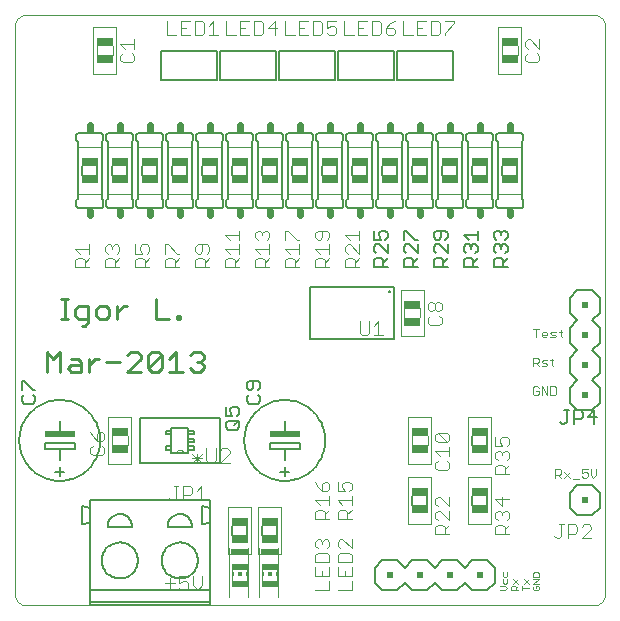
<source format=gto>
G75*
G70*
%OFA0B0*%
%FSLAX24Y24*%
%IPPOS*%
%LPD*%
%AMOC8*
5,1,8,0,0,1.08239X$1,22.5*
%
%ADD10C,0.0000*%
%ADD11C,0.0020*%
%ADD12C,0.0030*%
%ADD13C,0.0040*%
%ADD14C,0.0100*%
%ADD15C,0.0050*%
%ADD16R,0.0571X0.0295*%
%ADD17C,0.0060*%
%ADD18R,0.0551X0.0256*%
%ADD19C,0.0080*%
%ADD20R,0.0200X0.0200*%
%ADD21R,0.1000X0.0200*%
%ADD22R,0.0059X0.0118*%
%ADD23R,0.0118X0.0118*%
%ADD24R,0.0531X0.0236*%
%ADD25R,0.0030X0.1634*%
%ADD26R,0.0591X0.0049*%
%ADD27R,0.0591X0.0197*%
%ADD28C,0.0240*%
%ADD29R,0.0240X0.0100*%
D10*
X000160Y000554D02*
X000160Y019451D01*
X000162Y019490D01*
X000168Y019528D01*
X000177Y019565D01*
X000190Y019602D01*
X000207Y019637D01*
X000226Y019670D01*
X000249Y019701D01*
X000275Y019730D01*
X000304Y019756D01*
X000335Y019779D01*
X000368Y019798D01*
X000403Y019815D01*
X000440Y019828D01*
X000477Y019837D01*
X000515Y019843D01*
X000554Y019845D01*
X019451Y019845D01*
X019490Y019843D01*
X019528Y019837D01*
X019565Y019828D01*
X019602Y019815D01*
X019637Y019798D01*
X019670Y019779D01*
X019701Y019756D01*
X019730Y019730D01*
X019756Y019701D01*
X019779Y019670D01*
X019798Y019637D01*
X019815Y019602D01*
X019828Y019565D01*
X019837Y019528D01*
X019843Y019490D01*
X019845Y019451D01*
X019845Y000554D01*
X019843Y000515D01*
X019837Y000477D01*
X019828Y000440D01*
X019815Y000403D01*
X019798Y000368D01*
X019779Y000335D01*
X019756Y000304D01*
X019730Y000275D01*
X019701Y000249D01*
X019670Y000226D01*
X019637Y000207D01*
X019602Y000190D01*
X019565Y000177D01*
X019528Y000168D01*
X019490Y000162D01*
X019451Y000160D01*
X000554Y000160D01*
X000515Y000162D01*
X000477Y000168D01*
X000440Y000177D01*
X000403Y000190D01*
X000368Y000207D01*
X000335Y000226D01*
X000304Y000249D01*
X000275Y000275D01*
X000249Y000304D01*
X000226Y000335D01*
X000207Y000368D01*
X000190Y000403D01*
X000177Y000440D01*
X000168Y000477D01*
X000162Y000515D01*
X000160Y000554D01*
X005610Y005340D02*
X005629Y005347D01*
X005650Y005351D01*
X005670Y005351D01*
X005691Y005347D01*
X005710Y005340D01*
X005780Y005240D02*
X005777Y005261D01*
X005771Y005281D01*
X005761Y005299D01*
X005749Y005316D01*
X005733Y005330D01*
X005716Y005341D01*
X005696Y005349D01*
X005676Y005354D01*
X005655Y005355D01*
X005634Y005352D01*
X005614Y005346D01*
X005596Y005336D01*
X005579Y005324D01*
X005565Y005308D01*
X005554Y005291D01*
X005546Y005271D01*
X005541Y005251D01*
X005540Y005230D01*
D11*
X004047Y004883D02*
X003273Y004883D01*
X003273Y006437D01*
X004047Y006437D01*
X004047Y004883D01*
X007273Y003437D02*
X007273Y001883D01*
X008047Y001883D01*
X008047Y003437D01*
X007273Y003437D01*
X008273Y003437D02*
X009047Y003437D01*
X009047Y001883D01*
X008273Y001883D01*
X008273Y003437D01*
X013273Y002883D02*
X013273Y004437D01*
X014047Y004437D01*
X014047Y002883D01*
X013273Y002883D01*
X015273Y002883D02*
X015273Y004437D01*
X016047Y004437D01*
X016047Y002883D01*
X015273Y002883D01*
X016423Y001259D02*
X016423Y001149D01*
X016460Y001112D01*
X016533Y001112D01*
X016570Y001149D01*
X016570Y001259D01*
X016570Y001038D02*
X016570Y000928D01*
X016533Y000891D01*
X016460Y000891D01*
X016423Y000928D01*
X016423Y001038D01*
X016350Y000817D02*
X016497Y000817D01*
X016570Y000743D01*
X016497Y000670D01*
X016350Y000670D01*
X016710Y000670D02*
X016710Y000780D01*
X016747Y000817D01*
X016820Y000817D01*
X016857Y000780D01*
X016857Y000670D01*
X016930Y000670D02*
X016710Y000670D01*
X016857Y000743D02*
X016930Y000817D01*
X016930Y000891D02*
X016783Y001038D01*
X016783Y000891D02*
X016930Y001038D01*
X017143Y001038D02*
X017290Y000891D01*
X017430Y000891D02*
X017650Y001038D01*
X017430Y001038D01*
X017430Y001112D02*
X017430Y001222D01*
X017467Y001259D01*
X017613Y001259D01*
X017650Y001222D01*
X017650Y001112D01*
X017430Y001112D01*
X017290Y001038D02*
X017143Y000891D01*
X017070Y000817D02*
X017070Y000670D01*
X017070Y000743D02*
X017290Y000743D01*
X017430Y000707D02*
X017467Y000670D01*
X017613Y000670D01*
X017650Y000707D01*
X017650Y000780D01*
X017613Y000817D01*
X017540Y000817D01*
X017540Y000743D01*
X017467Y000817D02*
X017430Y000780D01*
X017430Y000707D01*
X017430Y000891D02*
X017650Y000891D01*
X016047Y004883D02*
X015273Y004883D01*
X015273Y006437D01*
X016047Y006437D01*
X016047Y004883D01*
X014047Y004883D02*
X013273Y004883D01*
X013273Y006437D01*
X014047Y006437D01*
X014047Y004883D01*
X013797Y009133D02*
X013023Y009133D01*
X013023Y010687D01*
X013797Y010687D01*
X013797Y009133D01*
X014047Y013883D02*
X013273Y013883D01*
X013273Y015437D01*
X014047Y015437D01*
X014047Y013883D01*
X014273Y013883D02*
X015047Y013883D01*
X015047Y015437D01*
X014273Y015437D01*
X014273Y013883D01*
X015273Y013883D02*
X016047Y013883D01*
X016047Y015437D01*
X015273Y015437D01*
X015273Y013883D01*
X016273Y013883D02*
X017047Y013883D01*
X017047Y015437D01*
X016273Y015437D01*
X016273Y013883D01*
X013047Y013883D02*
X012273Y013883D01*
X012273Y015437D01*
X013047Y015437D01*
X013047Y013883D01*
X012047Y013883D02*
X011273Y013883D01*
X011273Y015437D01*
X012047Y015437D01*
X012047Y013883D01*
X011047Y013883D02*
X010273Y013883D01*
X010273Y015437D01*
X011047Y015437D01*
X011047Y013883D01*
X010047Y013883D02*
X009273Y013883D01*
X009273Y015437D01*
X010047Y015437D01*
X010047Y013883D01*
X009047Y013883D02*
X008273Y013883D01*
X008273Y015437D01*
X009047Y015437D01*
X009047Y013883D01*
X008047Y013883D02*
X007273Y013883D01*
X007273Y015437D01*
X008047Y015437D01*
X008047Y013883D01*
X007047Y013883D02*
X006273Y013883D01*
X006273Y015437D01*
X007047Y015437D01*
X007047Y013883D01*
X006047Y013883D02*
X005273Y013883D01*
X005273Y015437D01*
X006047Y015437D01*
X006047Y013883D01*
X005047Y013883D02*
X004273Y013883D01*
X004273Y015437D01*
X005047Y015437D01*
X005047Y013883D01*
X004047Y013883D02*
X003273Y013883D01*
X003273Y015437D01*
X004047Y015437D01*
X004047Y013883D01*
X003047Y013883D02*
X002273Y013883D01*
X002273Y015437D01*
X003047Y015437D01*
X003047Y013883D01*
X002773Y017883D02*
X003547Y017883D01*
X003547Y019437D01*
X002773Y019437D01*
X002773Y017883D01*
X016273Y017883D02*
X017047Y017883D01*
X017047Y019437D01*
X016273Y019437D01*
X016273Y017883D01*
D12*
X017425Y009385D02*
X017618Y009385D01*
X017522Y009385D02*
X017522Y009095D01*
X017720Y009143D02*
X017720Y009240D01*
X017768Y009288D01*
X017865Y009288D01*
X017913Y009240D01*
X017913Y009192D01*
X017720Y009192D01*
X017720Y009143D02*
X017768Y009095D01*
X017865Y009095D01*
X018014Y009095D02*
X018159Y009095D01*
X018208Y009143D01*
X018159Y009192D01*
X018063Y009192D01*
X018014Y009240D01*
X018063Y009288D01*
X018208Y009288D01*
X018309Y009288D02*
X018406Y009288D01*
X018357Y009337D02*
X018357Y009143D01*
X018406Y009095D01*
X017618Y008377D02*
X017570Y008425D01*
X017425Y008425D01*
X017425Y008135D01*
X017425Y008232D02*
X017570Y008232D01*
X017618Y008280D01*
X017618Y008377D01*
X017720Y008280D02*
X017768Y008328D01*
X017913Y008328D01*
X018014Y008328D02*
X018111Y008328D01*
X018063Y008377D02*
X018063Y008183D01*
X018111Y008135D01*
X017913Y008183D02*
X017865Y008232D01*
X017768Y008232D01*
X017720Y008280D01*
X017720Y008135D02*
X017865Y008135D01*
X017913Y008183D01*
X017618Y008135D02*
X017522Y008232D01*
X017570Y007465D02*
X017473Y007465D01*
X017425Y007417D01*
X017425Y007223D01*
X017473Y007175D01*
X017570Y007175D01*
X017618Y007223D01*
X017618Y007320D01*
X017522Y007320D01*
X017618Y007417D02*
X017570Y007465D01*
X017720Y007465D02*
X017913Y007175D01*
X017913Y007465D01*
X018014Y007465D02*
X018159Y007465D01*
X018208Y007417D01*
X018208Y007223D01*
X018159Y007175D01*
X018014Y007175D01*
X018014Y007465D01*
X017720Y007465D02*
X017720Y007175D01*
X018175Y004715D02*
X018320Y004715D01*
X018368Y004667D01*
X018368Y004570D01*
X018320Y004522D01*
X018175Y004522D01*
X018272Y004522D02*
X018368Y004425D01*
X018470Y004425D02*
X018663Y004618D01*
X018470Y004618D02*
X018663Y004425D01*
X018764Y004377D02*
X018958Y004377D01*
X019059Y004473D02*
X019107Y004425D01*
X019204Y004425D01*
X019252Y004473D01*
X019252Y004570D01*
X019204Y004618D01*
X019156Y004618D01*
X019059Y004570D01*
X019059Y004715D01*
X019252Y004715D01*
X019354Y004715D02*
X019354Y004522D01*
X019450Y004425D01*
X019547Y004522D01*
X019547Y004715D01*
X018175Y004715D02*
X018175Y004425D01*
X007319Y004925D02*
X007005Y004925D01*
X007319Y005239D01*
X007319Y005317D01*
X007241Y005395D01*
X007084Y005395D01*
X007005Y005317D01*
X006859Y005395D02*
X006859Y005003D01*
X006780Y004925D01*
X006623Y004925D01*
X006545Y005003D01*
X006545Y005395D01*
X006385Y005217D02*
X006071Y004903D01*
X006385Y005217D01*
X006228Y005217D02*
X006228Y004903D01*
X006228Y005217D01*
X006071Y005217D02*
X006385Y004903D01*
X006071Y005217D01*
X006071Y005060D02*
X006385Y005060D01*
X006071Y005060D01*
D13*
X005989Y004140D02*
X005759Y004140D01*
X005759Y003680D01*
X005759Y003833D02*
X005989Y003833D01*
X006066Y003910D01*
X006066Y004064D01*
X005989Y004140D01*
X006220Y003987D02*
X006373Y004140D01*
X006373Y003680D01*
X006220Y003680D02*
X006527Y003680D01*
X005529Y003757D02*
X005529Y004140D01*
X005452Y004140D02*
X005606Y004140D01*
X005529Y003757D02*
X005452Y003680D01*
X005376Y003680D01*
X005299Y003757D01*
X003920Y005520D02*
X003920Y005810D01*
X003400Y005810D02*
X003400Y005510D01*
X003140Y005410D02*
X003140Y005257D01*
X003063Y005180D01*
X002756Y005180D01*
X002680Y005257D01*
X002680Y005410D01*
X002756Y005487D01*
X002910Y005640D02*
X002756Y005794D01*
X002680Y005947D01*
X002910Y005871D02*
X002910Y005640D01*
X003063Y005640D01*
X003140Y005717D01*
X003140Y005871D01*
X003063Y005947D01*
X002987Y005947D01*
X002910Y005871D01*
X003063Y005487D02*
X003140Y005410D01*
X007414Y001337D02*
X007414Y000983D01*
X007906Y000973D02*
X007906Y001337D01*
X008414Y001337D02*
X008414Y000983D01*
X008906Y000973D02*
X008906Y001337D01*
X010180Y001447D02*
X010180Y001140D01*
X010640Y001140D01*
X010640Y001447D01*
X010640Y001601D02*
X010640Y001831D01*
X010563Y001908D01*
X010256Y001908D01*
X010180Y001831D01*
X010180Y001601D01*
X010640Y001601D01*
X010930Y001601D02*
X010930Y001831D01*
X011006Y001908D01*
X011313Y001908D01*
X011390Y001831D01*
X011390Y001601D01*
X010930Y001601D01*
X010930Y001447D02*
X010930Y001140D01*
X011390Y001140D01*
X011390Y001447D01*
X011160Y001294D02*
X011160Y001140D01*
X011390Y000987D02*
X011390Y000680D01*
X010930Y000680D01*
X010640Y000680D02*
X010640Y000987D01*
X010640Y000680D02*
X010180Y000680D01*
X010410Y001140D02*
X010410Y001294D01*
X010563Y002061D02*
X010640Y002138D01*
X010640Y002291D01*
X010563Y002368D01*
X010487Y002368D01*
X010410Y002291D01*
X010410Y002215D01*
X010410Y002291D02*
X010333Y002368D01*
X010256Y002368D01*
X010180Y002291D01*
X010180Y002138D01*
X010256Y002061D01*
X010930Y002138D02*
X011006Y002061D01*
X010930Y002138D02*
X010930Y002291D01*
X011006Y002368D01*
X011083Y002368D01*
X011390Y002061D01*
X011390Y002368D01*
X011390Y003049D02*
X010930Y003049D01*
X010930Y003279D01*
X011006Y003356D01*
X011160Y003356D01*
X011237Y003279D01*
X011237Y003049D01*
X011237Y003202D02*
X011390Y003356D01*
X011390Y003509D02*
X011390Y003816D01*
X011390Y003663D02*
X010930Y003663D01*
X011083Y003509D01*
X010640Y003509D02*
X010640Y003816D01*
X010640Y003663D02*
X010180Y003663D01*
X010333Y003509D01*
X010256Y003356D02*
X010180Y003279D01*
X010180Y003049D01*
X010640Y003049D01*
X010487Y003049D02*
X010487Y003279D01*
X010410Y003356D01*
X010256Y003356D01*
X010487Y003202D02*
X010640Y003356D01*
X010563Y003970D02*
X010410Y003970D01*
X010410Y004200D01*
X010487Y004277D01*
X010563Y004277D01*
X010640Y004200D01*
X010640Y004046D01*
X010563Y003970D01*
X010410Y003970D02*
X010256Y004123D01*
X010180Y004277D01*
X010930Y004277D02*
X010930Y003970D01*
X011160Y003970D01*
X011083Y004123D01*
X011083Y004200D01*
X011160Y004277D01*
X011313Y004277D01*
X011390Y004200D01*
X011390Y004046D01*
X011313Y003970D01*
X013400Y005510D02*
X013400Y005810D01*
X013920Y005810D02*
X013920Y005520D01*
X014180Y005678D02*
X014180Y005831D01*
X014256Y005908D01*
X014563Y005601D01*
X014640Y005678D01*
X014640Y005831D01*
X014563Y005908D01*
X014256Y005908D01*
X014180Y005678D02*
X014256Y005601D01*
X014563Y005601D01*
X014640Y005447D02*
X014640Y005140D01*
X014640Y005294D02*
X014180Y005294D01*
X014333Y005140D01*
X014256Y004987D02*
X014180Y004910D01*
X014180Y004757D01*
X014256Y004680D01*
X014563Y004680D01*
X014640Y004757D01*
X014640Y004910D01*
X014563Y004987D01*
X014640Y003777D02*
X014640Y003470D01*
X014333Y003777D01*
X014256Y003777D01*
X014180Y003700D01*
X014180Y003546D01*
X014256Y003470D01*
X014256Y003316D02*
X014180Y003239D01*
X014180Y003086D01*
X014256Y003009D01*
X014256Y002856D02*
X014410Y002856D01*
X014487Y002779D01*
X014487Y002549D01*
X014640Y002549D02*
X014180Y002549D01*
X014180Y002779D01*
X014256Y002856D01*
X014487Y002702D02*
X014640Y002856D01*
X014640Y003009D02*
X014333Y003316D01*
X014256Y003316D01*
X014640Y003316D02*
X014640Y003009D01*
X016180Y003086D02*
X016180Y003239D01*
X016256Y003316D01*
X016333Y003316D01*
X016410Y003239D01*
X016487Y003316D01*
X016563Y003316D01*
X016640Y003239D01*
X016640Y003086D01*
X016563Y003009D01*
X016640Y002856D02*
X016487Y002702D01*
X016487Y002779D02*
X016487Y002549D01*
X016640Y002549D02*
X016180Y002549D01*
X016180Y002779D01*
X016256Y002856D01*
X016410Y002856D01*
X016487Y002779D01*
X016256Y003009D02*
X016180Y003086D01*
X016410Y003163D02*
X016410Y003239D01*
X016410Y003470D02*
X016410Y003777D01*
X016640Y003700D02*
X016180Y003700D01*
X016410Y003470D01*
X016487Y004549D02*
X016487Y004779D01*
X016410Y004856D01*
X016256Y004856D01*
X016180Y004779D01*
X016180Y004549D01*
X016640Y004549D01*
X016487Y004702D02*
X016640Y004856D01*
X016563Y005009D02*
X016640Y005086D01*
X016640Y005239D01*
X016563Y005316D01*
X016487Y005316D01*
X016410Y005239D01*
X016410Y005163D01*
X016410Y005239D02*
X016333Y005316D01*
X016256Y005316D01*
X016180Y005239D01*
X016180Y005086D01*
X016256Y005009D01*
X016180Y005470D02*
X016410Y005470D01*
X016333Y005623D01*
X016333Y005700D01*
X016410Y005777D01*
X016563Y005777D01*
X016640Y005700D01*
X016640Y005546D01*
X016563Y005470D01*
X016180Y005470D02*
X016180Y005777D01*
X018303Y002860D02*
X018457Y002860D01*
X018380Y002860D02*
X018380Y002477D01*
X018303Y002400D01*
X018227Y002400D01*
X018150Y002477D01*
X018610Y002553D02*
X018841Y002553D01*
X018917Y002630D01*
X018917Y002784D01*
X018841Y002860D01*
X018610Y002860D01*
X018610Y002400D01*
X019071Y002400D02*
X019378Y002707D01*
X019378Y002784D01*
X019301Y002860D01*
X019148Y002860D01*
X019071Y002784D01*
X019071Y002400D02*
X019378Y002400D01*
X012428Y009174D02*
X012121Y009174D01*
X012275Y009174D02*
X012275Y009634D01*
X012121Y009481D01*
X011968Y009634D02*
X011968Y009251D01*
X011891Y009174D01*
X011737Y009174D01*
X011661Y009251D01*
X011661Y009634D01*
X013150Y009760D02*
X013150Y010050D01*
X013670Y010060D02*
X013670Y009760D01*
X013930Y009739D02*
X013930Y009586D01*
X014006Y009509D01*
X014313Y009509D01*
X014390Y009586D01*
X014390Y009739D01*
X014313Y009816D01*
X014313Y009970D02*
X014237Y009970D01*
X014160Y010046D01*
X014160Y010200D01*
X014237Y010277D01*
X014313Y010277D01*
X014390Y010200D01*
X014390Y010046D01*
X014313Y009970D01*
X014160Y010046D02*
X014083Y009970D01*
X014006Y009970D01*
X013930Y010046D01*
X013930Y010200D01*
X014006Y010277D01*
X014083Y010277D01*
X014160Y010200D01*
X014006Y009816D02*
X013930Y009739D01*
X011640Y011430D02*
X011180Y011430D01*
X011180Y011660D01*
X011256Y011737D01*
X011410Y011737D01*
X011487Y011660D01*
X011487Y011430D01*
X011487Y011583D02*
X011640Y011737D01*
X011640Y011890D02*
X011333Y012197D01*
X011256Y012197D01*
X011180Y012121D01*
X011180Y011967D01*
X011256Y011890D01*
X011640Y011890D02*
X011640Y012197D01*
X011640Y012351D02*
X011640Y012658D01*
X011640Y012504D02*
X011180Y012504D01*
X011333Y012351D01*
X010640Y012428D02*
X010640Y012581D01*
X010563Y012658D01*
X010256Y012658D01*
X010180Y012581D01*
X010180Y012428D01*
X010256Y012351D01*
X010333Y012351D01*
X010410Y012428D01*
X010410Y012658D01*
X010640Y012428D02*
X010563Y012351D01*
X010640Y012197D02*
X010640Y011890D01*
X010640Y011737D02*
X010487Y011583D01*
X010487Y011660D02*
X010487Y011430D01*
X010640Y011430D02*
X010180Y011430D01*
X010180Y011660D01*
X010256Y011737D01*
X010410Y011737D01*
X010487Y011660D01*
X010333Y011890D02*
X010180Y012044D01*
X010640Y012044D01*
X009640Y012044D02*
X009180Y012044D01*
X009333Y011890D01*
X009256Y011737D02*
X009410Y011737D01*
X009487Y011660D01*
X009487Y011430D01*
X009640Y011430D02*
X009180Y011430D01*
X009180Y011660D01*
X009256Y011737D01*
X009487Y011583D02*
X009640Y011737D01*
X009640Y011890D02*
X009640Y012197D01*
X009640Y012351D02*
X009563Y012351D01*
X009256Y012658D01*
X009180Y012658D01*
X009180Y012351D01*
X008640Y012428D02*
X008563Y012351D01*
X008640Y012428D02*
X008640Y012581D01*
X008563Y012658D01*
X008487Y012658D01*
X008410Y012581D01*
X008410Y012504D01*
X008410Y012581D02*
X008333Y012658D01*
X008256Y012658D01*
X008180Y012581D01*
X008180Y012428D01*
X008256Y012351D01*
X008180Y012044D02*
X008640Y012044D01*
X008640Y012197D02*
X008640Y011890D01*
X008640Y011737D02*
X008487Y011583D01*
X008487Y011660D02*
X008487Y011430D01*
X008640Y011430D02*
X008180Y011430D01*
X008180Y011660D01*
X008256Y011737D01*
X008410Y011737D01*
X008487Y011660D01*
X008333Y011890D02*
X008180Y012044D01*
X007640Y012044D02*
X007180Y012044D01*
X007333Y011890D01*
X007256Y011737D02*
X007410Y011737D01*
X007487Y011660D01*
X007487Y011430D01*
X007640Y011430D02*
X007180Y011430D01*
X007180Y011660D01*
X007256Y011737D01*
X007487Y011583D02*
X007640Y011737D01*
X007640Y011890D02*
X007640Y012197D01*
X007640Y012351D02*
X007640Y012658D01*
X007640Y012504D02*
X007180Y012504D01*
X007333Y012351D01*
X006640Y012121D02*
X006640Y011967D01*
X006563Y011890D01*
X006640Y011737D02*
X006487Y011583D01*
X006487Y011660D02*
X006487Y011430D01*
X006640Y011430D02*
X006180Y011430D01*
X006180Y011660D01*
X006256Y011737D01*
X006410Y011737D01*
X006487Y011660D01*
X006333Y011890D02*
X006256Y011890D01*
X006180Y011967D01*
X006180Y012121D01*
X006256Y012197D01*
X006563Y012197D01*
X006640Y012121D01*
X006410Y012197D02*
X006410Y011967D01*
X006333Y011890D01*
X005640Y011890D02*
X005563Y011890D01*
X005256Y012197D01*
X005180Y012197D01*
X005180Y011890D01*
X005256Y011737D02*
X005180Y011660D01*
X005180Y011430D01*
X005640Y011430D01*
X005487Y011430D02*
X005487Y011660D01*
X005410Y011737D01*
X005256Y011737D01*
X005487Y011583D02*
X005640Y011737D01*
X004640Y011737D02*
X004487Y011583D01*
X004487Y011660D02*
X004487Y011430D01*
X004640Y011430D02*
X004180Y011430D01*
X004180Y011660D01*
X004256Y011737D01*
X004410Y011737D01*
X004487Y011660D01*
X004563Y011890D02*
X004640Y011967D01*
X004640Y012121D01*
X004563Y012197D01*
X004410Y012197D01*
X004333Y012121D01*
X004333Y012044D01*
X004410Y011890D01*
X004180Y011890D01*
X004180Y012197D01*
X003640Y012121D02*
X003640Y011967D01*
X003563Y011890D01*
X003640Y011737D02*
X003487Y011583D01*
X003487Y011660D02*
X003487Y011430D01*
X003640Y011430D02*
X003180Y011430D01*
X003180Y011660D01*
X003256Y011737D01*
X003410Y011737D01*
X003487Y011660D01*
X003256Y011890D02*
X003180Y011967D01*
X003180Y012121D01*
X003256Y012197D01*
X003333Y012197D01*
X003410Y012121D01*
X003487Y012197D01*
X003563Y012197D01*
X003640Y012121D01*
X003410Y012121D02*
X003410Y012044D01*
X002640Y012044D02*
X002180Y012044D01*
X002333Y011890D01*
X002256Y011737D02*
X002410Y011737D01*
X002487Y011660D01*
X002487Y011430D01*
X002640Y011430D02*
X002180Y011430D01*
X002180Y011660D01*
X002256Y011737D01*
X002487Y011583D02*
X002640Y011737D01*
X002640Y011890D02*
X002640Y012197D01*
X003756Y018259D02*
X003680Y018336D01*
X003680Y018489D01*
X003756Y018566D01*
X003833Y018720D02*
X003680Y018873D01*
X004140Y018873D01*
X004140Y018720D02*
X004140Y019027D01*
X004063Y018566D02*
X004140Y018489D01*
X004140Y018336D01*
X004063Y018259D01*
X003756Y018259D01*
X003420Y018510D02*
X003420Y018810D01*
X002900Y018800D02*
X002900Y018510D01*
X005243Y019180D02*
X005550Y019180D01*
X005703Y019180D02*
X006010Y019180D01*
X006164Y019180D02*
X006394Y019180D01*
X006471Y019257D01*
X006471Y019564D01*
X006394Y019640D01*
X006164Y019640D01*
X006164Y019180D01*
X005857Y019410D02*
X005703Y019410D01*
X005703Y019640D02*
X005703Y019180D01*
X005243Y019180D02*
X005243Y019640D01*
X005703Y019640D02*
X006010Y019640D01*
X006624Y019487D02*
X006778Y019640D01*
X006778Y019180D01*
X006931Y019180D02*
X006624Y019180D01*
X007211Y019180D02*
X007211Y019640D01*
X007672Y019640D02*
X007672Y019180D01*
X007979Y019180D01*
X008132Y019180D02*
X008362Y019180D01*
X008439Y019257D01*
X008439Y019564D01*
X008362Y019640D01*
X008132Y019640D01*
X008132Y019180D01*
X007825Y019410D02*
X007672Y019410D01*
X007672Y019640D02*
X007979Y019640D01*
X007518Y019180D02*
X007211Y019180D01*
X008593Y019410D02*
X008900Y019410D01*
X008823Y019180D02*
X008823Y019640D01*
X008593Y019410D01*
X009180Y019180D02*
X009487Y019180D01*
X009640Y019180D02*
X009947Y019180D01*
X010101Y019180D02*
X010331Y019180D01*
X010408Y019257D01*
X010408Y019564D01*
X010331Y019640D01*
X010101Y019640D01*
X010101Y019180D01*
X009794Y019410D02*
X009640Y019410D01*
X009640Y019640D02*
X009640Y019180D01*
X009180Y019180D02*
X009180Y019640D01*
X009640Y019640D02*
X009947Y019640D01*
X010561Y019640D02*
X010561Y019410D01*
X010715Y019487D01*
X010791Y019487D01*
X010868Y019410D01*
X010868Y019257D01*
X010791Y019180D01*
X010638Y019180D01*
X010561Y019257D01*
X010561Y019640D02*
X010868Y019640D01*
X011149Y019640D02*
X011149Y019180D01*
X011455Y019180D01*
X011609Y019180D02*
X011916Y019180D01*
X012069Y019180D02*
X012299Y019180D01*
X012376Y019257D01*
X012376Y019564D01*
X012299Y019640D01*
X012069Y019640D01*
X012069Y019180D01*
X011762Y019410D02*
X011609Y019410D01*
X011609Y019640D02*
X011609Y019180D01*
X011609Y019640D02*
X011916Y019640D01*
X012530Y019410D02*
X012530Y019257D01*
X012606Y019180D01*
X012760Y019180D01*
X012837Y019257D01*
X012837Y019333D01*
X012760Y019410D01*
X012530Y019410D01*
X012683Y019564D01*
X012837Y019640D01*
X013117Y019640D02*
X013117Y019180D01*
X013424Y019180D01*
X013577Y019180D02*
X013884Y019180D01*
X014038Y019180D02*
X014268Y019180D01*
X014345Y019257D01*
X014345Y019564D01*
X014268Y019640D01*
X014038Y019640D01*
X014038Y019180D01*
X013731Y019410D02*
X013577Y019410D01*
X013577Y019640D02*
X013577Y019180D01*
X013577Y019640D02*
X013884Y019640D01*
X014498Y019640D02*
X014805Y019640D01*
X014805Y019564D01*
X014498Y019257D01*
X014498Y019180D01*
X016400Y018800D02*
X016400Y018510D01*
X016920Y018510D02*
X016920Y018810D01*
X017180Y018796D02*
X017256Y018720D01*
X017180Y018796D02*
X017180Y018950D01*
X017256Y019027D01*
X017333Y019027D01*
X017640Y018720D01*
X017640Y019027D01*
X017563Y018566D02*
X017640Y018489D01*
X017640Y018336D01*
X017563Y018259D01*
X017256Y018259D01*
X017180Y018336D01*
X017180Y018489D01*
X017256Y018566D01*
X006408Y001140D02*
X006408Y000833D01*
X006254Y000680D01*
X006101Y000833D01*
X006101Y001140D01*
X005947Y001140D02*
X005640Y001140D01*
X005640Y000910D01*
X005794Y000987D01*
X005871Y000987D01*
X005947Y000910D01*
X005947Y000757D01*
X005871Y000680D01*
X005717Y000680D01*
X005640Y000757D01*
X005487Y000910D02*
X005180Y000910D01*
X005333Y000757D02*
X005333Y001064D01*
D14*
X005310Y007950D02*
X005751Y007950D01*
X005531Y007950D02*
X005531Y008611D01*
X005310Y008390D01*
X005051Y008500D02*
X005051Y008060D01*
X004941Y007950D01*
X004721Y007950D01*
X004611Y008060D01*
X005051Y008500D01*
X004941Y008611D01*
X004721Y008611D01*
X004611Y008500D01*
X004611Y008060D01*
X004351Y007950D02*
X003911Y007950D01*
X004351Y008390D01*
X004351Y008500D01*
X004241Y008611D01*
X004021Y008611D01*
X003911Y008500D01*
X003651Y008280D02*
X003211Y008280D01*
X002958Y008390D02*
X002848Y008390D01*
X002628Y008170D01*
X002628Y007950D02*
X002628Y008390D01*
X002368Y008280D02*
X002368Y007950D01*
X002038Y007950D01*
X001928Y008060D01*
X002038Y008170D01*
X002368Y008170D01*
X002368Y008280D02*
X002258Y008390D01*
X002038Y008390D01*
X001669Y008611D02*
X001669Y007950D01*
X001228Y007950D02*
X001228Y008611D01*
X001448Y008390D01*
X001669Y008611D01*
X002397Y009490D02*
X002507Y009490D01*
X002617Y009600D01*
X002617Y010150D01*
X002287Y010150D01*
X002177Y010040D01*
X002177Y009820D01*
X002287Y009710D01*
X002617Y009710D01*
X002876Y009820D02*
X002986Y009710D01*
X003207Y009710D01*
X003317Y009820D01*
X003317Y010040D01*
X003207Y010150D01*
X002986Y010150D01*
X002876Y010040D01*
X002876Y009820D01*
X003576Y009710D02*
X003576Y010150D01*
X003576Y009930D02*
X003796Y010150D01*
X003906Y010150D01*
X004859Y010371D02*
X004859Y009710D01*
X005299Y009710D01*
X005559Y009710D02*
X005559Y009820D01*
X005669Y009820D01*
X005669Y009710D01*
X005559Y009710D01*
X006120Y008611D02*
X006340Y008611D01*
X006451Y008500D01*
X006451Y008390D01*
X006340Y008280D01*
X006451Y008170D01*
X006451Y008060D01*
X006340Y007950D01*
X006120Y007950D01*
X006010Y008060D01*
X006230Y008280D02*
X006340Y008280D01*
X006010Y008500D02*
X006120Y008611D01*
X001930Y009710D02*
X001710Y009710D01*
X001820Y009710D02*
X001820Y010371D01*
X001710Y010371D02*
X001930Y010371D01*
D15*
X000460Y007646D02*
X000385Y007646D01*
X000385Y007345D01*
X000460Y007185D02*
X000385Y007110D01*
X000385Y006960D01*
X000460Y006885D01*
X000760Y006885D01*
X000835Y006960D01*
X000835Y007110D01*
X000760Y007185D01*
X000760Y007345D02*
X000835Y007345D01*
X000760Y007345D02*
X000460Y007646D01*
X004321Y006408D02*
X004321Y004912D01*
X006999Y004912D01*
X006999Y006408D01*
X004321Y006408D01*
X002660Y003660D02*
X006660Y003660D01*
X006660Y000660D01*
X002660Y000660D01*
X002660Y003660D01*
X002660Y003410D02*
X002410Y003460D01*
X002410Y002860D01*
X002660Y002910D01*
X003260Y002760D02*
X004060Y002760D01*
X004063Y002799D01*
X004062Y002838D01*
X004057Y002877D01*
X004049Y002915D01*
X004037Y002952D01*
X004022Y002988D01*
X004003Y003022D01*
X003981Y003054D01*
X003956Y003084D01*
X003928Y003111D01*
X003897Y003136D01*
X003865Y003157D01*
X003830Y003175D01*
X003794Y003190D01*
X003757Y003201D01*
X003718Y003209D01*
X003680Y003213D01*
X003640Y003213D01*
X003602Y003209D01*
X003563Y003201D01*
X003526Y003190D01*
X003490Y003175D01*
X003455Y003157D01*
X003423Y003136D01*
X003392Y003111D01*
X003364Y003084D01*
X003339Y003054D01*
X003317Y003022D01*
X003298Y002988D01*
X003283Y002952D01*
X003271Y002915D01*
X003263Y002877D01*
X003258Y002838D01*
X003257Y002799D01*
X003260Y002760D01*
X003060Y001660D02*
X003062Y001709D01*
X003068Y001757D01*
X003078Y001805D01*
X003092Y001852D01*
X003109Y001898D01*
X003130Y001942D01*
X003155Y001984D01*
X003183Y002024D01*
X003215Y002062D01*
X003249Y002097D01*
X003286Y002129D01*
X003325Y002158D01*
X003367Y002184D01*
X003411Y002206D01*
X003456Y002224D01*
X003503Y002239D01*
X003550Y002250D01*
X003599Y002257D01*
X003648Y002260D01*
X003697Y002259D01*
X003745Y002254D01*
X003794Y002245D01*
X003841Y002232D01*
X003887Y002215D01*
X003931Y002195D01*
X003974Y002171D01*
X004015Y002144D01*
X004053Y002113D01*
X004089Y002080D01*
X004121Y002044D01*
X004151Y002005D01*
X004178Y001964D01*
X004201Y001920D01*
X004220Y001875D01*
X004236Y001829D01*
X004248Y001782D01*
X004256Y001733D01*
X004260Y001684D01*
X004260Y001636D01*
X004256Y001587D01*
X004248Y001538D01*
X004236Y001491D01*
X004220Y001445D01*
X004201Y001400D01*
X004178Y001356D01*
X004151Y001315D01*
X004121Y001276D01*
X004089Y001240D01*
X004053Y001207D01*
X004015Y001176D01*
X003974Y001149D01*
X003931Y001125D01*
X003887Y001105D01*
X003841Y001088D01*
X003794Y001075D01*
X003745Y001066D01*
X003697Y001061D01*
X003648Y001060D01*
X003599Y001063D01*
X003550Y001070D01*
X003503Y001081D01*
X003456Y001096D01*
X003411Y001114D01*
X003367Y001136D01*
X003325Y001162D01*
X003286Y001191D01*
X003249Y001223D01*
X003215Y001258D01*
X003183Y001296D01*
X003155Y001336D01*
X003130Y001378D01*
X003109Y001422D01*
X003092Y001468D01*
X003078Y001515D01*
X003068Y001563D01*
X003062Y001611D01*
X003060Y001660D01*
X002660Y000660D02*
X002660Y000260D01*
X006660Y000260D01*
X006660Y000160D01*
X002660Y000160D01*
X002660Y000260D01*
X005260Y002760D02*
X006060Y002760D01*
X006063Y002799D01*
X006062Y002838D01*
X006057Y002877D01*
X006049Y002915D01*
X006037Y002952D01*
X006022Y002988D01*
X006003Y003022D01*
X005981Y003054D01*
X005956Y003084D01*
X005928Y003111D01*
X005897Y003136D01*
X005865Y003157D01*
X005830Y003175D01*
X005794Y003190D01*
X005757Y003201D01*
X005718Y003209D01*
X005680Y003213D01*
X005640Y003213D01*
X005602Y003209D01*
X005563Y003201D01*
X005526Y003190D01*
X005490Y003175D01*
X005455Y003157D01*
X005423Y003136D01*
X005392Y003111D01*
X005364Y003084D01*
X005339Y003054D01*
X005317Y003022D01*
X005298Y002988D01*
X005283Y002952D01*
X005271Y002915D01*
X005263Y002877D01*
X005258Y002838D01*
X005257Y002799D01*
X005260Y002760D01*
X006410Y002860D02*
X006660Y002910D01*
X006410Y002860D02*
X006410Y003460D01*
X006660Y003410D01*
X005060Y001660D02*
X005062Y001709D01*
X005068Y001757D01*
X005078Y001805D01*
X005092Y001852D01*
X005109Y001898D01*
X005130Y001942D01*
X005155Y001984D01*
X005183Y002024D01*
X005215Y002062D01*
X005249Y002097D01*
X005286Y002129D01*
X005325Y002158D01*
X005367Y002184D01*
X005411Y002206D01*
X005456Y002224D01*
X005503Y002239D01*
X005550Y002250D01*
X005599Y002257D01*
X005648Y002260D01*
X005697Y002259D01*
X005745Y002254D01*
X005794Y002245D01*
X005841Y002232D01*
X005887Y002215D01*
X005931Y002195D01*
X005974Y002171D01*
X006015Y002144D01*
X006053Y002113D01*
X006089Y002080D01*
X006121Y002044D01*
X006151Y002005D01*
X006178Y001964D01*
X006201Y001920D01*
X006220Y001875D01*
X006236Y001829D01*
X006248Y001782D01*
X006256Y001733D01*
X006260Y001684D01*
X006260Y001636D01*
X006256Y001587D01*
X006248Y001538D01*
X006236Y001491D01*
X006220Y001445D01*
X006201Y001400D01*
X006178Y001356D01*
X006151Y001315D01*
X006121Y001276D01*
X006089Y001240D01*
X006053Y001207D01*
X006015Y001176D01*
X005974Y001149D01*
X005931Y001125D01*
X005887Y001105D01*
X005841Y001088D01*
X005794Y001075D01*
X005745Y001066D01*
X005697Y001061D01*
X005648Y001060D01*
X005599Y001063D01*
X005550Y001070D01*
X005503Y001081D01*
X005456Y001096D01*
X005411Y001114D01*
X005367Y001136D01*
X005325Y001162D01*
X005286Y001191D01*
X005249Y001223D01*
X005215Y001258D01*
X005183Y001296D01*
X005155Y001336D01*
X005130Y001378D01*
X005109Y001422D01*
X005092Y001468D01*
X005078Y001515D01*
X005068Y001563D01*
X005062Y001611D01*
X005060Y001660D01*
X006660Y000660D02*
X006660Y000260D01*
X007960Y006885D02*
X008260Y006885D01*
X008335Y006960D01*
X008335Y007110D01*
X008260Y007185D01*
X008260Y007345D02*
X008335Y007420D01*
X008335Y007571D01*
X008260Y007646D01*
X007960Y007646D01*
X007885Y007571D01*
X007885Y007420D01*
X007960Y007345D01*
X008035Y007345D01*
X008110Y007420D01*
X008110Y007646D01*
X007960Y007185D02*
X007885Y007110D01*
X007885Y006960D01*
X007960Y006885D01*
X010003Y009044D02*
X010003Y010776D01*
X012817Y010776D01*
X012817Y009044D01*
X010003Y009044D01*
X012640Y010638D02*
X012642Y010646D01*
X012647Y010653D01*
X012654Y010657D01*
X012662Y010658D01*
X012670Y010655D01*
X012676Y010650D01*
X012680Y010642D01*
X012680Y010634D01*
X012676Y010626D01*
X012670Y010621D01*
X012662Y010618D01*
X012654Y010619D01*
X012647Y010623D01*
X012642Y010630D01*
X012640Y010638D01*
X012585Y011435D02*
X012135Y011435D01*
X012135Y011660D01*
X012210Y011735D01*
X012360Y011735D01*
X012435Y011660D01*
X012435Y011435D01*
X012435Y011585D02*
X012585Y011735D01*
X012585Y011895D02*
X012285Y012196D01*
X012210Y012196D01*
X012135Y012121D01*
X012135Y011970D01*
X012210Y011895D01*
X012585Y011895D02*
X012585Y012196D01*
X012510Y012356D02*
X012585Y012431D01*
X012585Y012581D01*
X012510Y012656D01*
X012360Y012656D01*
X012285Y012581D01*
X012285Y012506D01*
X012360Y012356D01*
X012135Y012356D01*
X012135Y012656D01*
X013135Y012656D02*
X013135Y012356D01*
X013210Y012196D02*
X013135Y012121D01*
X013135Y011970D01*
X013210Y011895D01*
X013210Y011735D02*
X013360Y011735D01*
X013435Y011660D01*
X013435Y011435D01*
X013585Y011435D02*
X013135Y011435D01*
X013135Y011660D01*
X013210Y011735D01*
X013435Y011585D02*
X013585Y011735D01*
X013585Y011895D02*
X013285Y012196D01*
X013210Y012196D01*
X013510Y012356D02*
X013585Y012356D01*
X013510Y012356D02*
X013210Y012656D01*
X013135Y012656D01*
X013585Y012196D02*
X013585Y011895D01*
X014135Y011970D02*
X014210Y011895D01*
X014135Y011970D02*
X014135Y012121D01*
X014210Y012196D01*
X014285Y012196D01*
X014585Y011895D01*
X014585Y012196D01*
X014510Y012356D02*
X014585Y012431D01*
X014585Y012581D01*
X014510Y012656D01*
X014210Y012656D01*
X014135Y012581D01*
X014135Y012431D01*
X014210Y012356D01*
X014285Y012356D01*
X014360Y012431D01*
X014360Y012656D01*
X015135Y012506D02*
X015585Y012506D01*
X015585Y012356D02*
X015585Y012656D01*
X015285Y012356D02*
X015135Y012506D01*
X015210Y012196D02*
X015135Y012121D01*
X015135Y011970D01*
X015210Y011895D01*
X015210Y011735D02*
X015135Y011660D01*
X015135Y011435D01*
X015585Y011435D01*
X015435Y011435D02*
X015435Y011660D01*
X015360Y011735D01*
X015210Y011735D01*
X015435Y011585D02*
X015585Y011735D01*
X015510Y011895D02*
X015585Y011970D01*
X015585Y012121D01*
X015510Y012196D01*
X015435Y012196D01*
X015360Y012121D01*
X015360Y012046D01*
X015360Y012121D02*
X015285Y012196D01*
X015210Y012196D01*
X014585Y011735D02*
X014435Y011585D01*
X014435Y011660D02*
X014435Y011435D01*
X014585Y011435D02*
X014135Y011435D01*
X014135Y011660D01*
X014210Y011735D01*
X014360Y011735D01*
X014435Y011660D01*
X016135Y011660D02*
X016135Y011435D01*
X016585Y011435D01*
X016435Y011435D02*
X016435Y011660D01*
X016360Y011735D01*
X016210Y011735D01*
X016135Y011660D01*
X016210Y011895D02*
X016135Y011970D01*
X016135Y012121D01*
X016210Y012196D01*
X016285Y012196D01*
X016360Y012121D01*
X016435Y012196D01*
X016510Y012196D01*
X016585Y012121D01*
X016585Y011970D01*
X016510Y011895D01*
X016585Y011735D02*
X016435Y011585D01*
X016360Y012046D02*
X016360Y012121D01*
X016510Y012356D02*
X016585Y012431D01*
X016585Y012581D01*
X016510Y012656D01*
X016435Y012656D01*
X016360Y012581D01*
X016360Y012506D01*
X016360Y012581D02*
X016285Y012656D01*
X016210Y012656D01*
X016135Y012581D01*
X016135Y012431D01*
X016210Y012356D01*
X014766Y017675D02*
X012916Y017675D01*
X012916Y018640D01*
X014766Y018640D01*
X014766Y017675D01*
X012798Y017675D02*
X010947Y017675D01*
X010947Y018640D01*
X012798Y018640D01*
X012798Y017675D01*
X010829Y017675D02*
X008979Y017675D01*
X008979Y018640D01*
X010829Y018640D01*
X010829Y017675D01*
X008861Y017675D02*
X007010Y017675D01*
X007010Y018640D01*
X008861Y018640D01*
X008861Y017675D01*
X006892Y017675D02*
X005042Y017675D01*
X005042Y018640D01*
X006892Y018640D01*
X006892Y017675D01*
X018484Y006665D02*
X018634Y006665D01*
X018559Y006665D02*
X018559Y006290D01*
X018484Y006215D01*
X018409Y006215D01*
X018334Y006290D01*
X018794Y006215D02*
X018794Y006665D01*
X019019Y006665D01*
X019094Y006590D01*
X019094Y006440D01*
X019019Y006365D01*
X018794Y006365D01*
X019255Y006440D02*
X019555Y006440D01*
X019480Y006215D02*
X019480Y006665D01*
X019255Y006440D01*
D16*
X013660Y005948D03*
X013660Y005378D03*
X013410Y009622D03*
X013410Y010192D03*
X016660Y018372D03*
X016660Y018942D03*
X003160Y018942D03*
X003160Y018372D03*
X003660Y005948D03*
X003660Y005378D03*
D17*
X002160Y005360D02*
X002160Y005560D01*
X001160Y005560D01*
X001160Y005360D01*
X001660Y005360D01*
X002160Y005360D01*
X001660Y005360D02*
X001660Y005010D01*
X001660Y004760D02*
X001660Y004460D01*
X001810Y004610D02*
X001510Y004610D01*
X000310Y005660D02*
X000312Y005733D01*
X000318Y005806D01*
X000328Y005878D01*
X000342Y005950D01*
X000359Y006021D01*
X000381Y006091D01*
X000406Y006160D01*
X000435Y006227D01*
X000467Y006292D01*
X000503Y006356D01*
X000543Y006418D01*
X000585Y006477D01*
X000631Y006534D01*
X000680Y006588D01*
X000732Y006640D01*
X000786Y006689D01*
X000843Y006735D01*
X000902Y006777D01*
X000964Y006817D01*
X001028Y006853D01*
X001093Y006885D01*
X001160Y006914D01*
X001229Y006939D01*
X001299Y006961D01*
X001370Y006978D01*
X001442Y006992D01*
X001514Y007002D01*
X001587Y007008D01*
X001660Y007010D01*
X001733Y007008D01*
X001806Y007002D01*
X001878Y006992D01*
X001950Y006978D01*
X002021Y006961D01*
X002091Y006939D01*
X002160Y006914D01*
X002227Y006885D01*
X002292Y006853D01*
X002356Y006817D01*
X002418Y006777D01*
X002477Y006735D01*
X002534Y006689D01*
X002588Y006640D01*
X002640Y006588D01*
X002689Y006534D01*
X002735Y006477D01*
X002777Y006418D01*
X002817Y006356D01*
X002853Y006292D01*
X002885Y006227D01*
X002914Y006160D01*
X002939Y006091D01*
X002961Y006021D01*
X002978Y005950D01*
X002992Y005878D01*
X003002Y005806D01*
X003008Y005733D01*
X003010Y005660D01*
X003008Y005587D01*
X003002Y005514D01*
X002992Y005442D01*
X002978Y005370D01*
X002961Y005299D01*
X002939Y005229D01*
X002914Y005160D01*
X002885Y005093D01*
X002853Y005028D01*
X002817Y004964D01*
X002777Y004902D01*
X002735Y004843D01*
X002689Y004786D01*
X002640Y004732D01*
X002588Y004680D01*
X002534Y004631D01*
X002477Y004585D01*
X002418Y004543D01*
X002356Y004503D01*
X002292Y004467D01*
X002227Y004435D01*
X002160Y004406D01*
X002091Y004381D01*
X002021Y004359D01*
X001950Y004342D01*
X001878Y004328D01*
X001806Y004318D01*
X001733Y004312D01*
X001660Y004310D01*
X001587Y004312D01*
X001514Y004318D01*
X001442Y004328D01*
X001370Y004342D01*
X001299Y004359D01*
X001229Y004381D01*
X001160Y004406D01*
X001093Y004435D01*
X001028Y004467D01*
X000964Y004503D01*
X000902Y004543D01*
X000843Y004585D01*
X000786Y004631D01*
X000732Y004680D01*
X000680Y004732D01*
X000631Y004786D01*
X000585Y004843D01*
X000543Y004902D01*
X000503Y004964D01*
X000467Y005028D01*
X000435Y005093D01*
X000406Y005160D01*
X000381Y005229D01*
X000359Y005299D01*
X000342Y005370D01*
X000328Y005442D01*
X000318Y005514D01*
X000312Y005587D01*
X000310Y005660D01*
X001660Y005910D02*
X001660Y006310D01*
X005190Y005980D02*
X005190Y005860D01*
X005380Y005860D01*
X005380Y005460D01*
X005190Y005460D01*
X005190Y005340D01*
X005380Y005340D01*
X005380Y005460D01*
X005380Y005340D02*
X005380Y005240D01*
X005780Y005240D01*
X005940Y005240D01*
X005940Y005340D01*
X006130Y005340D01*
X006130Y005460D01*
X005940Y005460D01*
X005940Y005600D01*
X006130Y005600D01*
X006130Y005720D01*
X005940Y005720D01*
X005940Y005860D01*
X006130Y005860D01*
X006130Y005980D01*
X005940Y005980D01*
X005940Y005860D01*
X005940Y005980D02*
X005940Y006080D01*
X005380Y006080D01*
X005380Y005980D01*
X005190Y005980D01*
X005380Y005980D02*
X005380Y005860D01*
X005380Y005710D02*
X005380Y005610D01*
X005570Y005240D02*
X005750Y005240D01*
X005940Y005340D02*
X005940Y005460D01*
X005940Y005600D02*
X005940Y005720D01*
X005750Y006080D02*
X005570Y006080D01*
X007190Y006093D02*
X007190Y006239D01*
X007263Y006313D01*
X007557Y006313D01*
X007630Y006239D01*
X007630Y006093D01*
X007557Y006019D01*
X007263Y006019D01*
X007190Y006093D01*
X007483Y006166D02*
X007630Y006313D01*
X007557Y006480D02*
X007630Y006553D01*
X007630Y006700D01*
X007557Y006773D01*
X007410Y006773D01*
X007336Y006700D01*
X007336Y006626D01*
X007410Y006480D01*
X007190Y006480D01*
X007190Y006773D01*
X008660Y005560D02*
X008660Y005360D01*
X009160Y005360D01*
X009660Y005360D01*
X009660Y005560D01*
X008660Y005560D01*
X007810Y005660D02*
X007812Y005733D01*
X007818Y005806D01*
X007828Y005878D01*
X007842Y005950D01*
X007859Y006021D01*
X007881Y006091D01*
X007906Y006160D01*
X007935Y006227D01*
X007967Y006292D01*
X008003Y006356D01*
X008043Y006418D01*
X008085Y006477D01*
X008131Y006534D01*
X008180Y006588D01*
X008232Y006640D01*
X008286Y006689D01*
X008343Y006735D01*
X008402Y006777D01*
X008464Y006817D01*
X008528Y006853D01*
X008593Y006885D01*
X008660Y006914D01*
X008729Y006939D01*
X008799Y006961D01*
X008870Y006978D01*
X008942Y006992D01*
X009014Y007002D01*
X009087Y007008D01*
X009160Y007010D01*
X009233Y007008D01*
X009306Y007002D01*
X009378Y006992D01*
X009450Y006978D01*
X009521Y006961D01*
X009591Y006939D01*
X009660Y006914D01*
X009727Y006885D01*
X009792Y006853D01*
X009856Y006817D01*
X009918Y006777D01*
X009977Y006735D01*
X010034Y006689D01*
X010088Y006640D01*
X010140Y006588D01*
X010189Y006534D01*
X010235Y006477D01*
X010277Y006418D01*
X010317Y006356D01*
X010353Y006292D01*
X010385Y006227D01*
X010414Y006160D01*
X010439Y006091D01*
X010461Y006021D01*
X010478Y005950D01*
X010492Y005878D01*
X010502Y005806D01*
X010508Y005733D01*
X010510Y005660D01*
X010508Y005587D01*
X010502Y005514D01*
X010492Y005442D01*
X010478Y005370D01*
X010461Y005299D01*
X010439Y005229D01*
X010414Y005160D01*
X010385Y005093D01*
X010353Y005028D01*
X010317Y004964D01*
X010277Y004902D01*
X010235Y004843D01*
X010189Y004786D01*
X010140Y004732D01*
X010088Y004680D01*
X010034Y004631D01*
X009977Y004585D01*
X009918Y004543D01*
X009856Y004503D01*
X009792Y004467D01*
X009727Y004435D01*
X009660Y004406D01*
X009591Y004381D01*
X009521Y004359D01*
X009450Y004342D01*
X009378Y004328D01*
X009306Y004318D01*
X009233Y004312D01*
X009160Y004310D01*
X009087Y004312D01*
X009014Y004318D01*
X008942Y004328D01*
X008870Y004342D01*
X008799Y004359D01*
X008729Y004381D01*
X008660Y004406D01*
X008593Y004435D01*
X008528Y004467D01*
X008464Y004503D01*
X008402Y004543D01*
X008343Y004585D01*
X008286Y004631D01*
X008232Y004680D01*
X008180Y004732D01*
X008131Y004786D01*
X008085Y004843D01*
X008043Y004902D01*
X008003Y004964D01*
X007967Y005028D01*
X007935Y005093D01*
X007906Y005160D01*
X007881Y005229D01*
X007859Y005299D01*
X007842Y005370D01*
X007828Y005442D01*
X007818Y005514D01*
X007812Y005587D01*
X007810Y005660D01*
X009010Y004610D02*
X009310Y004610D01*
X009160Y004460D02*
X009160Y004760D01*
X009160Y005010D02*
X009160Y005360D01*
X009160Y005910D02*
X009160Y006310D01*
X008910Y002821D02*
X008910Y002499D01*
X008410Y002499D02*
X008410Y002821D01*
X007910Y002821D02*
X007910Y002499D01*
X007410Y002499D02*
X007410Y002821D01*
X013410Y003499D02*
X013410Y003821D01*
X013910Y003821D02*
X013910Y003499D01*
X015410Y003499D02*
X015410Y003821D01*
X015910Y003821D02*
X015910Y003499D01*
X015910Y005499D02*
X015910Y005821D01*
X015410Y005821D02*
X015410Y005499D01*
X015310Y013410D02*
X016010Y013410D01*
X016027Y013412D01*
X016044Y013416D01*
X016060Y013423D01*
X016074Y013433D01*
X016087Y013446D01*
X016097Y013460D01*
X016104Y013476D01*
X016108Y013493D01*
X016110Y013510D01*
X016110Y013660D01*
X016060Y013710D01*
X016060Y015610D01*
X016110Y015660D01*
X016110Y015810D01*
X016210Y015810D02*
X016210Y015660D01*
X016260Y015610D01*
X016260Y013710D01*
X016210Y013660D01*
X016210Y013510D01*
X016212Y013493D01*
X016216Y013476D01*
X016223Y013460D01*
X016233Y013446D01*
X016246Y013433D01*
X016260Y013423D01*
X016276Y013416D01*
X016293Y013412D01*
X016310Y013410D01*
X017010Y013410D01*
X017027Y013412D01*
X017044Y013416D01*
X017060Y013423D01*
X017074Y013433D01*
X017087Y013446D01*
X017097Y013460D01*
X017104Y013476D01*
X017108Y013493D01*
X017110Y013510D01*
X017110Y013660D01*
X017060Y013710D01*
X017060Y015610D01*
X017110Y015660D01*
X017110Y015810D01*
X017108Y015827D01*
X017104Y015844D01*
X017097Y015860D01*
X017087Y015874D01*
X017074Y015887D01*
X017060Y015897D01*
X017044Y015904D01*
X017027Y015908D01*
X017010Y015910D01*
X016310Y015910D01*
X016293Y015908D01*
X016276Y015904D01*
X016260Y015897D01*
X016246Y015887D01*
X016233Y015874D01*
X016223Y015860D01*
X016216Y015844D01*
X016212Y015827D01*
X016210Y015810D01*
X016110Y015810D02*
X016108Y015827D01*
X016104Y015844D01*
X016097Y015860D01*
X016087Y015874D01*
X016074Y015887D01*
X016060Y015897D01*
X016044Y015904D01*
X016027Y015908D01*
X016010Y015910D01*
X015310Y015910D01*
X015293Y015908D01*
X015276Y015904D01*
X015260Y015897D01*
X015246Y015887D01*
X015233Y015874D01*
X015223Y015860D01*
X015216Y015844D01*
X015212Y015827D01*
X015210Y015810D01*
X015210Y015660D01*
X015260Y015610D01*
X015260Y013710D01*
X015210Y013660D01*
X015210Y013510D01*
X015212Y013493D01*
X015216Y013476D01*
X015223Y013460D01*
X015233Y013446D01*
X015246Y013433D01*
X015260Y013423D01*
X015276Y013416D01*
X015293Y013412D01*
X015310Y013410D01*
X015110Y013510D02*
X015110Y013660D01*
X015060Y013710D01*
X015060Y015610D01*
X015110Y015660D01*
X015110Y015810D01*
X015108Y015827D01*
X015104Y015844D01*
X015097Y015860D01*
X015087Y015874D01*
X015074Y015887D01*
X015060Y015897D01*
X015044Y015904D01*
X015027Y015908D01*
X015010Y015910D01*
X014310Y015910D01*
X014293Y015908D01*
X014276Y015904D01*
X014260Y015897D01*
X014246Y015887D01*
X014233Y015874D01*
X014223Y015860D01*
X014216Y015844D01*
X014212Y015827D01*
X014210Y015810D01*
X014210Y015660D01*
X014260Y015610D01*
X014260Y013710D01*
X014210Y013660D01*
X014210Y013510D01*
X014212Y013493D01*
X014216Y013476D01*
X014223Y013460D01*
X014233Y013446D01*
X014246Y013433D01*
X014260Y013423D01*
X014276Y013416D01*
X014293Y013412D01*
X014310Y013410D01*
X015010Y013410D01*
X015027Y013412D01*
X015044Y013416D01*
X015060Y013423D01*
X015074Y013433D01*
X015087Y013446D01*
X015097Y013460D01*
X015104Y013476D01*
X015108Y013493D01*
X015110Y013510D01*
X014110Y013510D02*
X014110Y013660D01*
X014060Y013710D01*
X014060Y015610D01*
X014110Y015660D01*
X014110Y015810D01*
X014108Y015827D01*
X014104Y015844D01*
X014097Y015860D01*
X014087Y015874D01*
X014074Y015887D01*
X014060Y015897D01*
X014044Y015904D01*
X014027Y015908D01*
X014010Y015910D01*
X013310Y015910D01*
X013293Y015908D01*
X013276Y015904D01*
X013260Y015897D01*
X013246Y015887D01*
X013233Y015874D01*
X013223Y015860D01*
X013216Y015844D01*
X013212Y015827D01*
X013210Y015810D01*
X013210Y015660D01*
X013260Y015610D01*
X013260Y013710D01*
X013210Y013660D01*
X013210Y013510D01*
X013110Y013510D02*
X013110Y013660D01*
X013060Y013710D01*
X013060Y015610D01*
X013110Y015660D01*
X013110Y015810D01*
X013108Y015827D01*
X013104Y015844D01*
X013097Y015860D01*
X013087Y015874D01*
X013074Y015887D01*
X013060Y015897D01*
X013044Y015904D01*
X013027Y015908D01*
X013010Y015910D01*
X012310Y015910D01*
X012293Y015908D01*
X012276Y015904D01*
X012260Y015897D01*
X012246Y015887D01*
X012233Y015874D01*
X012223Y015860D01*
X012216Y015844D01*
X012212Y015827D01*
X012210Y015810D01*
X012210Y015660D01*
X012260Y015610D01*
X012260Y013710D01*
X012210Y013660D01*
X012210Y013510D01*
X012212Y013493D01*
X012216Y013476D01*
X012223Y013460D01*
X012233Y013446D01*
X012246Y013433D01*
X012260Y013423D01*
X012276Y013416D01*
X012293Y013412D01*
X012310Y013410D01*
X013010Y013410D01*
X013027Y013412D01*
X013044Y013416D01*
X013060Y013423D01*
X013074Y013433D01*
X013087Y013446D01*
X013097Y013460D01*
X013104Y013476D01*
X013108Y013493D01*
X013110Y013510D01*
X013210Y013510D02*
X013212Y013493D01*
X013216Y013476D01*
X013223Y013460D01*
X013233Y013446D01*
X013246Y013433D01*
X013260Y013423D01*
X013276Y013416D01*
X013293Y013412D01*
X013310Y013410D01*
X014010Y013410D01*
X014027Y013412D01*
X014044Y013416D01*
X014060Y013423D01*
X014074Y013433D01*
X014087Y013446D01*
X014097Y013460D01*
X014104Y013476D01*
X014108Y013493D01*
X014110Y013510D01*
X013910Y014499D02*
X013910Y014821D01*
X014410Y014821D02*
X014410Y014499D01*
X014910Y014499D02*
X014910Y014821D01*
X015410Y014821D02*
X015410Y014499D01*
X015910Y014499D02*
X015910Y014821D01*
X016410Y014821D02*
X016410Y014499D01*
X016910Y014499D02*
X016910Y014821D01*
X013410Y014821D02*
X013410Y014499D01*
X012910Y014499D02*
X012910Y014821D01*
X012410Y014821D02*
X012410Y014499D01*
X011910Y014499D02*
X011910Y014821D01*
X011410Y014821D02*
X011410Y014499D01*
X010910Y014499D02*
X010910Y014821D01*
X010410Y014821D02*
X010410Y014499D01*
X009910Y014499D02*
X009910Y014821D01*
X009410Y014821D02*
X009410Y014499D01*
X008910Y014499D02*
X008910Y014821D01*
X008410Y014821D02*
X008410Y014499D01*
X007910Y014499D02*
X007910Y014821D01*
X007410Y014821D02*
X007410Y014499D01*
X006910Y014499D02*
X006910Y014821D01*
X006410Y014821D02*
X006410Y014499D01*
X005910Y014499D02*
X005910Y014821D01*
X005410Y014821D02*
X005410Y014499D01*
X004910Y014499D02*
X004910Y014821D01*
X004410Y014821D02*
X004410Y014499D01*
X003910Y014499D02*
X003910Y014821D01*
X003410Y014821D02*
X003410Y014499D01*
X002910Y014499D02*
X002910Y014821D01*
X002410Y014821D02*
X002410Y014499D01*
X002260Y013710D02*
X002260Y015610D01*
X002210Y015660D01*
X002210Y015810D01*
X002212Y015827D01*
X002216Y015844D01*
X002223Y015860D01*
X002233Y015874D01*
X002246Y015887D01*
X002260Y015897D01*
X002276Y015904D01*
X002293Y015908D01*
X002310Y015910D01*
X003010Y015910D01*
X003027Y015908D01*
X003044Y015904D01*
X003060Y015897D01*
X003074Y015887D01*
X003087Y015874D01*
X003097Y015860D01*
X003104Y015844D01*
X003108Y015827D01*
X003110Y015810D01*
X003110Y015660D01*
X003060Y015610D01*
X003060Y013710D01*
X003110Y013660D01*
X003110Y013510D01*
X003210Y013510D02*
X003210Y013660D01*
X003260Y013710D01*
X003260Y015610D01*
X003210Y015660D01*
X003210Y015810D01*
X003212Y015827D01*
X003216Y015844D01*
X003223Y015860D01*
X003233Y015874D01*
X003246Y015887D01*
X003260Y015897D01*
X003276Y015904D01*
X003293Y015908D01*
X003310Y015910D01*
X004010Y015910D01*
X004027Y015908D01*
X004044Y015904D01*
X004060Y015897D01*
X004074Y015887D01*
X004087Y015874D01*
X004097Y015860D01*
X004104Y015844D01*
X004108Y015827D01*
X004110Y015810D01*
X004110Y015660D01*
X004060Y015610D01*
X004060Y013710D01*
X004110Y013660D01*
X004110Y013510D01*
X004108Y013493D01*
X004104Y013476D01*
X004097Y013460D01*
X004087Y013446D01*
X004074Y013433D01*
X004060Y013423D01*
X004044Y013416D01*
X004027Y013412D01*
X004010Y013410D01*
X003310Y013410D01*
X003293Y013412D01*
X003276Y013416D01*
X003260Y013423D01*
X003246Y013433D01*
X003233Y013446D01*
X003223Y013460D01*
X003216Y013476D01*
X003212Y013493D01*
X003210Y013510D01*
X003110Y013510D02*
X003108Y013493D01*
X003104Y013476D01*
X003097Y013460D01*
X003087Y013446D01*
X003074Y013433D01*
X003060Y013423D01*
X003044Y013416D01*
X003027Y013412D01*
X003010Y013410D01*
X002310Y013410D01*
X002293Y013412D01*
X002276Y013416D01*
X002260Y013423D01*
X002246Y013433D01*
X002233Y013446D01*
X002223Y013460D01*
X002216Y013476D01*
X002212Y013493D01*
X002210Y013510D01*
X002210Y013660D01*
X002260Y013710D01*
X004210Y013660D02*
X004210Y013510D01*
X004212Y013493D01*
X004216Y013476D01*
X004223Y013460D01*
X004233Y013446D01*
X004246Y013433D01*
X004260Y013423D01*
X004276Y013416D01*
X004293Y013412D01*
X004310Y013410D01*
X005010Y013410D01*
X005027Y013412D01*
X005044Y013416D01*
X005060Y013423D01*
X005074Y013433D01*
X005087Y013446D01*
X005097Y013460D01*
X005104Y013476D01*
X005108Y013493D01*
X005110Y013510D01*
X005110Y013660D01*
X005060Y013710D01*
X005060Y015610D01*
X005110Y015660D01*
X005110Y015810D01*
X005108Y015827D01*
X005104Y015844D01*
X005097Y015860D01*
X005087Y015874D01*
X005074Y015887D01*
X005060Y015897D01*
X005044Y015904D01*
X005027Y015908D01*
X005010Y015910D01*
X004310Y015910D01*
X004293Y015908D01*
X004276Y015904D01*
X004260Y015897D01*
X004246Y015887D01*
X004233Y015874D01*
X004223Y015860D01*
X004216Y015844D01*
X004212Y015827D01*
X004210Y015810D01*
X004210Y015660D01*
X004260Y015610D01*
X004260Y013710D01*
X004210Y013660D01*
X005210Y013660D02*
X005210Y013510D01*
X005212Y013493D01*
X005216Y013476D01*
X005223Y013460D01*
X005233Y013446D01*
X005246Y013433D01*
X005260Y013423D01*
X005276Y013416D01*
X005293Y013412D01*
X005310Y013410D01*
X006010Y013410D01*
X006027Y013412D01*
X006044Y013416D01*
X006060Y013423D01*
X006074Y013433D01*
X006087Y013446D01*
X006097Y013460D01*
X006104Y013476D01*
X006108Y013493D01*
X006110Y013510D01*
X006110Y013660D01*
X006060Y013710D01*
X006060Y015610D01*
X006110Y015660D01*
X006110Y015810D01*
X006210Y015810D02*
X006210Y015660D01*
X006260Y015610D01*
X006260Y013710D01*
X006210Y013660D01*
X006210Y013510D01*
X006212Y013493D01*
X006216Y013476D01*
X006223Y013460D01*
X006233Y013446D01*
X006246Y013433D01*
X006260Y013423D01*
X006276Y013416D01*
X006293Y013412D01*
X006310Y013410D01*
X007010Y013410D01*
X007027Y013412D01*
X007044Y013416D01*
X007060Y013423D01*
X007074Y013433D01*
X007087Y013446D01*
X007097Y013460D01*
X007104Y013476D01*
X007108Y013493D01*
X007110Y013510D01*
X007110Y013660D01*
X007060Y013710D01*
X007060Y015610D01*
X007110Y015660D01*
X007110Y015810D01*
X007108Y015827D01*
X007104Y015844D01*
X007097Y015860D01*
X007087Y015874D01*
X007074Y015887D01*
X007060Y015897D01*
X007044Y015904D01*
X007027Y015908D01*
X007010Y015910D01*
X006310Y015910D01*
X006293Y015908D01*
X006276Y015904D01*
X006260Y015897D01*
X006246Y015887D01*
X006233Y015874D01*
X006223Y015860D01*
X006216Y015844D01*
X006212Y015827D01*
X006210Y015810D01*
X006110Y015810D02*
X006108Y015827D01*
X006104Y015844D01*
X006097Y015860D01*
X006087Y015874D01*
X006074Y015887D01*
X006060Y015897D01*
X006044Y015904D01*
X006027Y015908D01*
X006010Y015910D01*
X005310Y015910D01*
X005293Y015908D01*
X005276Y015904D01*
X005260Y015897D01*
X005246Y015887D01*
X005233Y015874D01*
X005223Y015860D01*
X005216Y015844D01*
X005212Y015827D01*
X005210Y015810D01*
X005210Y015660D01*
X005260Y015610D01*
X005260Y013710D01*
X005210Y013660D01*
X007210Y013660D02*
X007210Y013510D01*
X007212Y013493D01*
X007216Y013476D01*
X007223Y013460D01*
X007233Y013446D01*
X007246Y013433D01*
X007260Y013423D01*
X007276Y013416D01*
X007293Y013412D01*
X007310Y013410D01*
X008010Y013410D01*
X008027Y013412D01*
X008044Y013416D01*
X008060Y013423D01*
X008074Y013433D01*
X008087Y013446D01*
X008097Y013460D01*
X008104Y013476D01*
X008108Y013493D01*
X008110Y013510D01*
X008110Y013660D01*
X008060Y013710D01*
X008060Y015610D01*
X008110Y015660D01*
X008110Y015810D01*
X008210Y015810D02*
X008210Y015660D01*
X008260Y015610D01*
X008260Y013710D01*
X008210Y013660D01*
X008210Y013510D01*
X008212Y013493D01*
X008216Y013476D01*
X008223Y013460D01*
X008233Y013446D01*
X008246Y013433D01*
X008260Y013423D01*
X008276Y013416D01*
X008293Y013412D01*
X008310Y013410D01*
X009010Y013410D01*
X009027Y013412D01*
X009044Y013416D01*
X009060Y013423D01*
X009074Y013433D01*
X009087Y013446D01*
X009097Y013460D01*
X009104Y013476D01*
X009108Y013493D01*
X009110Y013510D01*
X009110Y013660D01*
X009060Y013710D01*
X009060Y015610D01*
X009110Y015660D01*
X009110Y015810D01*
X009210Y015810D02*
X009210Y015660D01*
X009260Y015610D01*
X009260Y013710D01*
X009210Y013660D01*
X009210Y013510D01*
X009212Y013493D01*
X009216Y013476D01*
X009223Y013460D01*
X009233Y013446D01*
X009246Y013433D01*
X009260Y013423D01*
X009276Y013416D01*
X009293Y013412D01*
X009310Y013410D01*
X010010Y013410D01*
X010027Y013412D01*
X010044Y013416D01*
X010060Y013423D01*
X010074Y013433D01*
X010087Y013446D01*
X010097Y013460D01*
X010104Y013476D01*
X010108Y013493D01*
X010110Y013510D01*
X010110Y013660D01*
X010060Y013710D01*
X010060Y015610D01*
X010110Y015660D01*
X010110Y015810D01*
X010108Y015827D01*
X010104Y015844D01*
X010097Y015860D01*
X010087Y015874D01*
X010074Y015887D01*
X010060Y015897D01*
X010044Y015904D01*
X010027Y015908D01*
X010010Y015910D01*
X009310Y015910D01*
X009293Y015908D01*
X009276Y015904D01*
X009260Y015897D01*
X009246Y015887D01*
X009233Y015874D01*
X009223Y015860D01*
X009216Y015844D01*
X009212Y015827D01*
X009210Y015810D01*
X009110Y015810D02*
X009108Y015827D01*
X009104Y015844D01*
X009097Y015860D01*
X009087Y015874D01*
X009074Y015887D01*
X009060Y015897D01*
X009044Y015904D01*
X009027Y015908D01*
X009010Y015910D01*
X008310Y015910D01*
X008293Y015908D01*
X008276Y015904D01*
X008260Y015897D01*
X008246Y015887D01*
X008233Y015874D01*
X008223Y015860D01*
X008216Y015844D01*
X008212Y015827D01*
X008210Y015810D01*
X008110Y015810D02*
X008108Y015827D01*
X008104Y015844D01*
X008097Y015860D01*
X008087Y015874D01*
X008074Y015887D01*
X008060Y015897D01*
X008044Y015904D01*
X008027Y015908D01*
X008010Y015910D01*
X007310Y015910D01*
X007293Y015908D01*
X007276Y015904D01*
X007260Y015897D01*
X007246Y015887D01*
X007233Y015874D01*
X007223Y015860D01*
X007216Y015844D01*
X007212Y015827D01*
X007210Y015810D01*
X007210Y015660D01*
X007260Y015610D01*
X007260Y013710D01*
X007210Y013660D01*
X010210Y013660D02*
X010210Y013510D01*
X010212Y013493D01*
X010216Y013476D01*
X010223Y013460D01*
X010233Y013446D01*
X010246Y013433D01*
X010260Y013423D01*
X010276Y013416D01*
X010293Y013412D01*
X010310Y013410D01*
X011010Y013410D01*
X011027Y013412D01*
X011044Y013416D01*
X011060Y013423D01*
X011074Y013433D01*
X011087Y013446D01*
X011097Y013460D01*
X011104Y013476D01*
X011108Y013493D01*
X011110Y013510D01*
X011110Y013660D01*
X011060Y013710D01*
X011060Y015610D01*
X011110Y015660D01*
X011110Y015810D01*
X011210Y015810D02*
X011210Y015660D01*
X011260Y015610D01*
X011260Y013710D01*
X011210Y013660D01*
X011210Y013510D01*
X011212Y013493D01*
X011216Y013476D01*
X011223Y013460D01*
X011233Y013446D01*
X011246Y013433D01*
X011260Y013423D01*
X011276Y013416D01*
X011293Y013412D01*
X011310Y013410D01*
X012010Y013410D01*
X012027Y013412D01*
X012044Y013416D01*
X012060Y013423D01*
X012074Y013433D01*
X012087Y013446D01*
X012097Y013460D01*
X012104Y013476D01*
X012108Y013493D01*
X012110Y013510D01*
X012110Y013660D01*
X012060Y013710D01*
X012060Y015610D01*
X012110Y015660D01*
X012110Y015810D01*
X012108Y015827D01*
X012104Y015844D01*
X012097Y015860D01*
X012087Y015874D01*
X012074Y015887D01*
X012060Y015897D01*
X012044Y015904D01*
X012027Y015908D01*
X012010Y015910D01*
X011310Y015910D01*
X011293Y015908D01*
X011276Y015904D01*
X011260Y015897D01*
X011246Y015887D01*
X011233Y015874D01*
X011223Y015860D01*
X011216Y015844D01*
X011212Y015827D01*
X011210Y015810D01*
X011110Y015810D02*
X011108Y015827D01*
X011104Y015844D01*
X011097Y015860D01*
X011087Y015874D01*
X011074Y015887D01*
X011060Y015897D01*
X011044Y015904D01*
X011027Y015908D01*
X011010Y015910D01*
X010310Y015910D01*
X010293Y015908D01*
X010276Y015904D01*
X010260Y015897D01*
X010246Y015887D01*
X010233Y015874D01*
X010223Y015860D01*
X010216Y015844D01*
X010212Y015827D01*
X010210Y015810D01*
X010210Y015660D01*
X010260Y015610D01*
X010260Y013710D01*
X010210Y013660D01*
D18*
X010659Y014368D03*
X010659Y014948D03*
X011659Y014948D03*
X011659Y014368D03*
X012659Y014368D03*
X012659Y014948D03*
X013659Y014948D03*
X013659Y014368D03*
X014659Y014368D03*
X014659Y014948D03*
X015659Y014948D03*
X015659Y014368D03*
X016659Y014368D03*
X016659Y014948D03*
X009659Y014948D03*
X009659Y014368D03*
X008659Y014368D03*
X008659Y014948D03*
X007659Y014948D03*
X007659Y014368D03*
X006659Y014368D03*
X006659Y014948D03*
X005659Y014948D03*
X005659Y014368D03*
X004659Y014368D03*
X004659Y014948D03*
X003659Y014948D03*
X003659Y014368D03*
X002659Y014368D03*
X002659Y014948D03*
X013661Y003952D03*
X013661Y003372D03*
X015661Y003372D03*
X015661Y003952D03*
X015661Y005372D03*
X015661Y005952D03*
X008661Y002952D03*
X008661Y002372D03*
X007661Y002372D03*
X007661Y002952D03*
D19*
X012160Y001410D02*
X012160Y000910D01*
X012410Y000660D01*
X012910Y000660D01*
X013160Y000910D01*
X013410Y000660D01*
X013910Y000660D01*
X014160Y000910D01*
X014410Y000660D01*
X014910Y000660D01*
X015160Y000910D01*
X015410Y000660D01*
X015910Y000660D01*
X016160Y000910D01*
X016160Y001410D01*
X015910Y001660D01*
X015410Y001660D01*
X015160Y001410D01*
X014910Y001660D01*
X014410Y001660D01*
X014160Y001410D01*
X013910Y001660D01*
X013410Y001660D01*
X013160Y001410D01*
X012910Y001660D01*
X012410Y001660D01*
X012160Y001410D01*
X018660Y003410D02*
X018910Y003160D01*
X019410Y003160D01*
X019660Y003410D01*
X019660Y003910D01*
X019410Y004160D01*
X018910Y004160D01*
X018660Y003910D01*
X018660Y003410D01*
X018910Y006660D02*
X018660Y006910D01*
X018660Y007410D01*
X018910Y007660D01*
X018660Y007910D01*
X018660Y008410D01*
X018910Y008660D01*
X018660Y008910D01*
X018660Y009410D01*
X018910Y009660D01*
X018660Y009910D01*
X018660Y010410D01*
X018910Y010660D01*
X019410Y010660D01*
X019660Y010410D01*
X019660Y009910D01*
X019410Y009660D01*
X019660Y009410D01*
X019660Y008910D01*
X019410Y008660D01*
X019660Y008410D01*
X019660Y007910D01*
X019410Y007660D01*
X019660Y007410D01*
X019660Y006910D01*
X019410Y006660D01*
X018910Y006660D01*
D20*
X019160Y007160D03*
X019160Y008160D03*
X019160Y009160D03*
X019160Y010160D03*
X019160Y003660D03*
X015660Y001160D03*
X014660Y001160D03*
X013660Y001160D03*
X012660Y001160D03*
D21*
X009160Y005860D03*
X001660Y005860D03*
D22*
X007424Y001219D03*
X007896Y001219D03*
X008424Y001219D03*
X008896Y001219D03*
D23*
X008660Y001219D03*
X007660Y001219D03*
D24*
X007660Y001455D03*
X007660Y000865D03*
X008660Y000865D03*
X008660Y001455D03*
D25*
X008350Y001229D03*
X007970Y001229D03*
X007350Y001229D03*
X008970Y001229D03*
D26*
X008660Y000437D03*
X007660Y000437D03*
D27*
X007660Y001947D03*
X008660Y001947D03*
D28*
X008660Y013160D02*
X008660Y013310D01*
X007660Y013310D02*
X007660Y013160D01*
X006660Y013160D02*
X006660Y013310D01*
X005660Y013310D02*
X005660Y013160D01*
X004660Y013160D02*
X004660Y013310D01*
X003660Y013310D02*
X003660Y013160D01*
X002660Y013160D02*
X002660Y013310D01*
X002660Y016010D02*
X002660Y016160D01*
X003660Y016160D02*
X003660Y016010D01*
X004660Y016010D02*
X004660Y016160D01*
X005660Y016160D02*
X005660Y016010D01*
X006660Y016010D02*
X006660Y016160D01*
X007660Y016160D02*
X007660Y016010D01*
X008660Y016010D02*
X008660Y016160D01*
X009660Y016160D02*
X009660Y016010D01*
X010660Y016010D02*
X010660Y016160D01*
X011660Y016160D02*
X011660Y016010D01*
X012660Y016010D02*
X012660Y016160D01*
X013660Y016160D02*
X013660Y016010D01*
X014660Y016010D02*
X014660Y016160D01*
X015660Y016160D02*
X015660Y016010D01*
X016660Y016010D02*
X016660Y016160D01*
X016660Y013310D02*
X016660Y013160D01*
X015660Y013160D02*
X015660Y013310D01*
X014660Y013310D02*
X014660Y013160D01*
X013660Y013160D02*
X013660Y013310D01*
X012660Y013310D02*
X012660Y013160D01*
X011660Y013160D02*
X011660Y013310D01*
X010660Y013310D02*
X010660Y013160D01*
X009660Y013160D02*
X009660Y013310D01*
D29*
X009660Y013360D03*
X008660Y013360D03*
X007660Y013360D03*
X006660Y013360D03*
X005660Y013360D03*
X004660Y013360D03*
X003660Y013360D03*
X002660Y013360D03*
X002660Y015960D03*
X003660Y015960D03*
X004660Y015960D03*
X005660Y015960D03*
X006660Y015960D03*
X007660Y015960D03*
X008660Y015960D03*
X009660Y015960D03*
X010660Y015960D03*
X011660Y015960D03*
X012660Y015960D03*
X013660Y015960D03*
X014660Y015960D03*
X015660Y015960D03*
X016660Y015960D03*
X016660Y013360D03*
X015660Y013360D03*
X014660Y013360D03*
X013660Y013360D03*
X012660Y013360D03*
X011660Y013360D03*
X010660Y013360D03*
M02*

</source>
